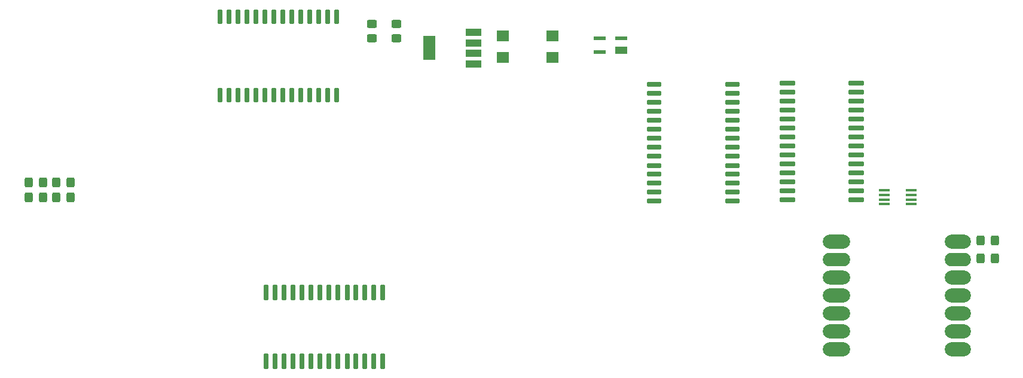
<source format=gtp>
G04 #@! TF.GenerationSoftware,KiCad,Pcbnew,(7.0.0)*
G04 #@! TF.CreationDate,2023-02-28T23:09:26-06:00*
G04 #@! TF.ProjectId,MCD,4d43442e-6b69-4636-9164-5f7063625858,rev?*
G04 #@! TF.SameCoordinates,Original*
G04 #@! TF.FileFunction,Paste,Top*
G04 #@! TF.FilePolarity,Positive*
%FSLAX46Y46*%
G04 Gerber Fmt 4.6, Leading zero omitted, Abs format (unit mm)*
G04 Created by KiCad (PCBNEW (7.0.0)) date 2023-02-28 23:09:26*
%MOMM*%
%LPD*%
G01*
G04 APERTURE LIST*
G04 Aperture macros list*
%AMRoundRect*
0 Rectangle with rounded corners*
0 $1 Rounding radius*
0 $2 $3 $4 $5 $6 $7 $8 $9 X,Y pos of 4 corners*
0 Add a 4 corners polygon primitive as box body*
4,1,4,$2,$3,$4,$5,$6,$7,$8,$9,$2,$3,0*
0 Add four circle primitives for the rounded corners*
1,1,$1+$1,$2,$3*
1,1,$1+$1,$4,$5*
1,1,$1+$1,$6,$7*
1,1,$1+$1,$8,$9*
0 Add four rect primitives between the rounded corners*
20,1,$1+$1,$2,$3,$4,$5,0*
20,1,$1+$1,$4,$5,$6,$7,0*
20,1,$1+$1,$6,$7,$8,$9,0*
20,1,$1+$1,$8,$9,$2,$3,0*%
G04 Aperture macros list end*
%ADD10RoundRect,0.250000X-0.325000X-0.450000X0.325000X-0.450000X0.325000X0.450000X-0.325000X0.450000X0*%
%ADD11RoundRect,0.250000X0.325000X0.450000X-0.325000X0.450000X-0.325000X-0.450000X0.325000X-0.450000X0*%
%ADD12R,1.800000X1.500000*%
%ADD13RoundRect,0.150000X0.150000X-0.907500X0.150000X0.907500X-0.150000X0.907500X-0.150000X-0.907500X0*%
%ADD14RoundRect,0.156250X0.156250X-0.901250X0.156250X0.901250X-0.156250X0.901250X-0.156250X-0.901250X0*%
%ADD15R,1.600000X0.400000*%
%ADD16RoundRect,0.150000X0.150000X-0.975000X0.150000X0.975000X-0.150000X0.975000X-0.150000X-0.975000X0*%
%ADD17RoundRect,0.156250X0.156250X-0.968750X0.156250X0.968750X-0.156250X0.968750X-0.156250X-0.968750X0*%
%ADD18RoundRect,0.151250X0.151250X-0.973750X0.151250X0.973750X-0.151250X0.973750X-0.151250X-0.973750X0*%
%ADD19RoundRect,0.250000X0.450000X-0.325000X0.450000X0.325000X-0.450000X0.325000X-0.450000X-0.325000X0*%
%ADD20R,2.200000X1.000000*%
%ADD21R,1.800000X3.400000*%
%ADD22RoundRect,0.150000X-0.907500X-0.150000X0.907500X-0.150000X0.907500X0.150000X-0.907500X0.150000X0*%
%ADD23RoundRect,0.156250X-0.901250X-0.156250X0.901250X-0.156250X0.901250X0.156250X-0.901250X0.156250X0*%
%ADD24R,1.700000X1.000000*%
%ADD25R,1.700000X0.600000*%
%ADD26RoundRect,0.150000X-0.975000X-0.150000X0.975000X-0.150000X0.975000X0.150000X-0.975000X0.150000X0*%
%ADD27RoundRect,0.156250X-0.968750X-0.156250X0.968750X-0.156250X0.968750X0.156250X-0.968750X0.156250X0*%
%ADD28RoundRect,0.151250X-0.973750X-0.151250X0.973750X-0.151250X0.973750X0.151250X-0.973750X0.151250X0*%
%ADD29RoundRect,1.000000X0.855000X0.000000X-0.855000X0.000000X-0.855000X0.000000X0.855000X0.000000X0*%
%ADD30RoundRect,0.960000X0.895000X0.000000X-0.895000X0.000000X-0.895000X0.000000X0.895000X0.000000X0*%
%ADD31RoundRect,1.000000X0.937500X0.000000X-0.937500X0.000000X-0.937500X0.000000X0.937500X0.000000X0*%
%ADD32RoundRect,0.960000X0.977500X0.000000X-0.977500X0.000000X-0.977500X0.000000X0.977500X0.000000X0*%
%ADD33RoundRect,0.980000X0.957500X0.000000X-0.957500X0.000000X-0.957500X0.000000X0.957500X0.000000X0*%
G04 APERTURE END LIST*
D10*
X218600000Y-115800000D03*
X220650000Y-115800000D03*
D11*
X87700000Y-109700000D03*
X89750000Y-109700000D03*
D12*
X157999999Y-89899999D03*
X150999999Y-89899999D03*
X157999999Y-86899999D03*
X150999999Y-86899999D03*
D13*
X110958000Y-95256000D03*
X112228000Y-95256000D03*
X113498000Y-95256000D03*
X114768000Y-95256000D03*
X116038000Y-95256000D03*
X117308000Y-95256000D03*
X118578000Y-95256000D03*
X119848000Y-95256000D03*
X121118000Y-95256000D03*
D14*
X122400500Y-95256000D03*
D13*
X123658000Y-95256000D03*
X124928000Y-95256000D03*
X126198000Y-95256000D03*
X127468000Y-95256000D03*
X127468000Y-84141000D03*
X126198000Y-84141000D03*
X124928000Y-84141000D03*
X123658000Y-84141000D03*
D14*
X122400500Y-84141000D03*
D13*
X121118000Y-84141000D03*
X119848000Y-84141000D03*
X118578000Y-84141000D03*
X117308000Y-84141000D03*
X116038000Y-84141000D03*
X114768000Y-84141000D03*
X113498000Y-84141000D03*
X112228000Y-84141000D03*
X110958000Y-84141000D03*
D15*
X204999999Y-108749999D03*
X204999999Y-109399999D03*
X204999999Y-110049999D03*
X204999999Y-110699999D03*
X208799999Y-110699999D03*
X208799999Y-110049999D03*
X208799999Y-109399999D03*
X208799999Y-108749999D03*
D16*
X117482020Y-132900000D03*
X118752020Y-132900000D03*
X120022020Y-132900000D03*
X121292020Y-132900000D03*
X122562020Y-132900000D03*
X123832020Y-132900000D03*
X125102020Y-132900000D03*
X126372020Y-132900000D03*
X127642020Y-132900000D03*
D17*
X128924520Y-132900000D03*
D18*
X130184520Y-132900000D03*
D16*
X131452020Y-132900000D03*
X132722020Y-132900000D03*
X133992020Y-132900000D03*
X133992020Y-123150000D03*
X132722020Y-123150000D03*
X131452020Y-123150000D03*
D18*
X130184520Y-123150000D03*
D17*
X128924520Y-123150000D03*
D16*
X127642020Y-123150000D03*
X126372020Y-123150000D03*
X125102020Y-123150000D03*
X123832020Y-123150000D03*
X122562020Y-123150000D03*
X121292020Y-123150000D03*
X120022020Y-123150000D03*
X118752020Y-123150000D03*
X117482020Y-123150000D03*
D19*
X135900000Y-87250000D03*
X135900000Y-85200000D03*
X132400000Y-87250000D03*
X132400000Y-85200000D03*
D20*
X146862499Y-90849999D03*
X146862499Y-89349999D03*
X146862499Y-87849999D03*
X146862499Y-86349999D03*
D21*
X140562499Y-88599999D03*
D22*
X172385000Y-93760000D03*
X172385000Y-95030000D03*
X172385000Y-96300000D03*
X172385000Y-97570000D03*
X172385000Y-98840000D03*
X172385000Y-100110000D03*
X172385000Y-101380000D03*
X172385000Y-102650000D03*
X172385000Y-103920000D03*
D23*
X172385000Y-105202500D03*
D22*
X172385000Y-106460000D03*
X172385000Y-107730000D03*
X172385000Y-109000000D03*
X172385000Y-110270000D03*
X183500000Y-110270000D03*
X183500000Y-109000000D03*
X183500000Y-107730000D03*
X183500000Y-106460000D03*
D23*
X183500000Y-105202500D03*
D22*
X183500000Y-103920000D03*
X183500000Y-102650000D03*
X183500000Y-101380000D03*
X183500000Y-100110000D03*
X183500000Y-98840000D03*
X183500000Y-97570000D03*
X183500000Y-96300000D03*
X183500000Y-95030000D03*
X183500000Y-93760000D03*
D10*
X83800000Y-109700000D03*
X85850000Y-109700000D03*
D24*
X167724999Y-88914999D03*
D25*
X167724999Y-87214999D03*
X164724999Y-87214999D03*
X164724999Y-89114999D03*
D26*
X191300000Y-93550000D03*
X191300000Y-94820000D03*
X191300000Y-96090000D03*
X191300000Y-97360000D03*
X191300000Y-98630000D03*
X191300000Y-99900000D03*
X191300000Y-101170000D03*
X191300000Y-102440000D03*
X191300000Y-103710000D03*
D27*
X191300000Y-104992500D03*
D28*
X191300000Y-106252500D03*
D26*
X191300000Y-107520000D03*
X191300000Y-108790000D03*
X191300000Y-110060000D03*
X201050000Y-110060000D03*
X201050000Y-108790000D03*
X201050000Y-107520000D03*
D28*
X201050000Y-106252500D03*
D27*
X201050000Y-104992500D03*
D26*
X201050000Y-103710000D03*
X201050000Y-102440000D03*
X201050000Y-101170000D03*
X201050000Y-99900000D03*
X201050000Y-98630000D03*
X201050000Y-97360000D03*
X201050000Y-96090000D03*
X201050000Y-94820000D03*
X201050000Y-93550000D03*
D10*
X83800000Y-107600000D03*
X85850000Y-107600000D03*
X218600000Y-118400000D03*
X220650000Y-118400000D03*
D11*
X87700000Y-107600000D03*
X89750000Y-107600000D03*
D29*
X215400000Y-131200000D03*
X215400000Y-128660000D03*
X215400000Y-126120000D03*
X215400000Y-123580000D03*
X215400000Y-121040000D03*
D30*
X215400000Y-118540000D03*
D29*
X215400000Y-115960000D03*
D31*
X198192500Y-115960000D03*
D32*
X198192500Y-118540000D03*
D33*
X198192500Y-121060000D03*
D31*
X198192500Y-123580000D03*
X198192500Y-126120000D03*
X198192500Y-128660000D03*
X198192500Y-131200000D03*
M02*

</source>
